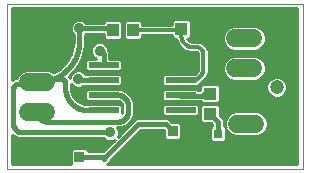
<source format=gtl>
G75*
%MOIN*%
%OFA0B0*%
%FSLAX25Y25*%
%IPPOS*%
%LPD*%
%AMOC8*
5,1,8,0,0,1.08239X$1,22.5*
%
%ADD10C,0.00000*%
%ADD11C,0.06000*%
%ADD12R,0.10000X0.01969*%
%ADD13R,0.03937X0.04331*%
%ADD14R,0.04331X0.03937*%
%ADD15R,0.03150X0.03150*%
%ADD16C,0.01000*%
%ADD17C,0.03562*%
%ADD18C,0.04724*%
%ADD19R,0.03562X0.03562*%
%ADD20C,0.01600*%
%ADD21C,0.01200*%
D10*
X0001000Y0009431D02*
X0001000Y0064550D01*
X0099425Y0064550D01*
X0099425Y0009431D01*
X0001000Y0009431D01*
D11*
X0008000Y0028369D02*
X0014000Y0028369D01*
X0014000Y0038369D02*
X0008000Y0038369D01*
X0008000Y0048369D02*
X0014000Y0048369D01*
X0077016Y0052975D02*
X0083016Y0052975D01*
X0083016Y0042975D02*
X0077016Y0042975D01*
X0077646Y0034471D02*
X0083646Y0034471D01*
X0083646Y0024471D02*
X0077646Y0024471D01*
D12*
X0058721Y0029018D03*
X0058721Y0033979D03*
X0058721Y0038979D03*
X0058721Y0043979D03*
X0033121Y0044018D03*
X0033121Y0039018D03*
X0033121Y0034018D03*
X0033121Y0029018D03*
D13*
X0036118Y0055731D03*
X0042811Y0055731D03*
X0058992Y0056124D03*
X0065685Y0056124D03*
D14*
X0068559Y0034510D03*
X0068559Y0027817D03*
D15*
X0071236Y0021006D03*
X0071236Y0015101D03*
D16*
X0069206Y0018331D02*
X0073267Y0018331D01*
X0073911Y0018976D01*
X0073911Y0022773D01*
X0074170Y0022148D01*
X0075323Y0020995D01*
X0076830Y0020371D01*
X0084461Y0020371D01*
X0085968Y0020995D01*
X0087121Y0022148D01*
X0087746Y0023655D01*
X0087746Y0025286D01*
X0087121Y0026793D01*
X0085968Y0027947D01*
X0084461Y0028571D01*
X0076830Y0028571D01*
X0075323Y0027947D01*
X0074170Y0026793D01*
X0073546Y0025286D01*
X0073546Y0023655D01*
X0073725Y0023223D01*
X0073267Y0023681D01*
X0073136Y0023681D01*
X0073136Y0025927D01*
X0072023Y0027040D01*
X0071824Y0027239D01*
X0071824Y0030241D01*
X0071180Y0030886D01*
X0065938Y0030886D01*
X0065294Y0030241D01*
X0065294Y0025393D01*
X0065938Y0024749D01*
X0068941Y0024749D01*
X0069336Y0024353D01*
X0069336Y0023681D01*
X0069206Y0023681D01*
X0068561Y0023037D01*
X0068561Y0018976D01*
X0069206Y0018331D01*
X0069119Y0018418D02*
X0041414Y0018418D01*
X0042412Y0019417D02*
X0053614Y0019417D01*
X0053881Y0019149D02*
X0058355Y0019149D01*
X0058999Y0019793D01*
X0058999Y0024267D01*
X0058355Y0024911D01*
X0055924Y0024911D01*
X0055656Y0025179D01*
X0054543Y0026292D01*
X0043914Y0026292D01*
X0037743Y0020121D01*
X0038133Y0021063D01*
X0038133Y0022209D01*
X0037694Y0023268D01*
X0037683Y0023280D01*
X0039012Y0023280D01*
X0040868Y0024048D01*
X0042289Y0025469D01*
X0043057Y0027325D01*
X0043057Y0031731D01*
X0042262Y0033652D01*
X0040791Y0035122D01*
X0038870Y0035918D01*
X0038761Y0035918D01*
X0038577Y0036102D01*
X0027666Y0036102D01*
X0027021Y0035458D01*
X0027021Y0032578D01*
X0027666Y0031934D01*
X0038488Y0031934D01*
X0038623Y0031878D01*
X0039017Y0031484D01*
X0039230Y0030970D01*
X0039257Y0030691D01*
X0039257Y0028329D01*
X0039233Y0028085D01*
X0039221Y0028056D01*
X0039221Y0030458D01*
X0038577Y0031102D01*
X0027666Y0031102D01*
X0027486Y0030923D01*
X0026460Y0031051D01*
X0024506Y0031923D01*
X0023033Y0033476D01*
X0022267Y0035474D01*
X0022191Y0036537D01*
X0022191Y0036572D01*
X0022212Y0037333D01*
X0022191Y0037354D01*
X0022191Y0037709D01*
X0022990Y0036910D01*
X0024049Y0036472D01*
X0025195Y0036472D01*
X0026254Y0036910D01*
X0026462Y0037118D01*
X0027481Y0037118D01*
X0027666Y0036934D01*
X0038577Y0036934D01*
X0039221Y0037578D01*
X0039221Y0040458D01*
X0038577Y0041102D01*
X0027666Y0041102D01*
X0027481Y0040918D01*
X0027092Y0040918D01*
X0027065Y0040985D01*
X0026254Y0041795D01*
X0025195Y0042234D01*
X0024049Y0042234D01*
X0022990Y0041795D01*
X0022180Y0040985D01*
X0021741Y0039926D01*
X0021741Y0039777D01*
X0021434Y0040310D01*
X0023736Y0042612D01*
X0025831Y0046241D01*
X0026916Y0050289D01*
X0026916Y0054107D01*
X0027190Y0054382D01*
X0033050Y0054382D01*
X0033050Y0053110D01*
X0033694Y0052465D01*
X0038542Y0052465D01*
X0039187Y0053110D01*
X0039187Y0058352D01*
X0038542Y0058996D01*
X0033694Y0058996D01*
X0033050Y0058352D01*
X0033050Y0058182D01*
X0027190Y0058182D01*
X0026648Y0058724D01*
X0025589Y0059163D01*
X0024443Y0059163D01*
X0023384Y0058724D01*
X0022573Y0057914D01*
X0022135Y0056855D01*
X0022135Y0055709D01*
X0022573Y0054650D01*
X0023116Y0054107D01*
X0023116Y0052384D01*
X0023012Y0050803D01*
X0022193Y0047748D01*
X0020612Y0045009D01*
X0018376Y0042772D01*
X0016486Y0041681D01*
X0016322Y0041844D01*
X0014816Y0042468D01*
X0007184Y0042468D01*
X0005678Y0041844D01*
X0004524Y0040691D01*
X0004105Y0039678D01*
X0003612Y0039678D01*
X0002500Y0039036D01*
X0002500Y0053662D01*
X0002570Y0063050D01*
X0097457Y0063050D01*
X0097457Y0011006D01*
X0079351Y0010931D01*
X0034321Y0010931D01*
X0035183Y0011794D01*
X0035183Y0012188D01*
X0045488Y0022492D01*
X0052969Y0022492D01*
X0053237Y0022224D01*
X0053237Y0019793D01*
X0053881Y0019149D01*
X0053237Y0020415D02*
X0043411Y0020415D01*
X0044409Y0021414D02*
X0053237Y0021414D01*
X0053049Y0022412D02*
X0045408Y0022412D01*
X0042031Y0024409D02*
X0041229Y0024409D01*
X0040868Y0024048D02*
X0040868Y0024048D01*
X0041032Y0023411D02*
X0039329Y0023411D01*
X0040034Y0022412D02*
X0038049Y0022412D01*
X0038133Y0021414D02*
X0039035Y0021414D01*
X0038037Y0020415D02*
X0037865Y0020415D01*
X0036767Y0019145D02*
X0032890Y0015268D01*
X0027897Y0015268D01*
X0027897Y0015605D01*
X0027252Y0016250D01*
X0022779Y0016250D01*
X0022135Y0015605D01*
X0022135Y0011132D01*
X0022335Y0010931D01*
X0002500Y0010931D01*
X0002500Y0020878D01*
X0004477Y0019736D01*
X0004937Y0019736D01*
X0033077Y0019736D01*
X0033620Y0019194D01*
X0034679Y0018755D01*
X0035825Y0018755D01*
X0036767Y0019145D01*
X0036040Y0018418D02*
X0002500Y0018418D01*
X0002500Y0019417D02*
X0033397Y0019417D01*
X0035041Y0017420D02*
X0002500Y0017420D01*
X0002500Y0016421D02*
X0034043Y0016421D01*
X0033044Y0015423D02*
X0027897Y0015423D01*
X0022135Y0015423D02*
X0002500Y0015423D01*
X0002500Y0014424D02*
X0022135Y0014424D01*
X0022135Y0013426D02*
X0002500Y0013426D01*
X0002500Y0012427D02*
X0022135Y0012427D01*
X0022135Y0011429D02*
X0002500Y0011429D01*
X0002500Y0020415D02*
X0003301Y0020415D01*
X0023109Y0033396D02*
X0027021Y0033396D01*
X0027202Y0032397D02*
X0024056Y0032397D01*
X0025681Y0031399D02*
X0039052Y0031399D01*
X0039221Y0030400D02*
X0039257Y0030400D01*
X0039221Y0029402D02*
X0039257Y0029402D01*
X0039221Y0028403D02*
X0039257Y0028403D01*
X0042677Y0026406D02*
X0065294Y0026406D01*
X0065294Y0025408D02*
X0055427Y0025408D01*
X0053266Y0026934D02*
X0064177Y0026934D01*
X0064821Y0027578D01*
X0064821Y0030458D01*
X0064177Y0031102D01*
X0053266Y0031102D01*
X0052621Y0030458D01*
X0052621Y0027578D01*
X0053266Y0026934D01*
X0052795Y0027405D02*
X0043057Y0027405D01*
X0043057Y0028403D02*
X0052621Y0028403D01*
X0052621Y0029402D02*
X0043057Y0029402D01*
X0043057Y0030400D02*
X0052621Y0030400D01*
X0053266Y0031894D02*
X0064177Y0031894D01*
X0064223Y0031941D01*
X0065439Y0031941D01*
X0065938Y0031442D01*
X0071180Y0031442D01*
X0071824Y0032086D01*
X0071824Y0036934D01*
X0071180Y0037579D01*
X0065938Y0037579D01*
X0065294Y0036934D01*
X0065294Y0035861D01*
X0065174Y0035741D01*
X0064499Y0035741D01*
X0064177Y0036063D01*
X0053266Y0036063D01*
X0052621Y0035419D01*
X0052621Y0032539D01*
X0053266Y0031894D01*
X0052763Y0032397D02*
X0042781Y0032397D01*
X0043057Y0031399D02*
X0097457Y0031399D01*
X0097457Y0032397D02*
X0071824Y0032397D01*
X0071824Y0033396D02*
X0089445Y0033396D01*
X0090075Y0033135D02*
X0088803Y0033662D01*
X0087829Y0034636D01*
X0087302Y0035908D01*
X0087302Y0037286D01*
X0087829Y0038558D01*
X0088803Y0039532D01*
X0090075Y0040059D01*
X0091452Y0040059D01*
X0092725Y0039532D01*
X0093699Y0038558D01*
X0094226Y0037286D01*
X0094226Y0035908D01*
X0093699Y0034636D01*
X0092725Y0033662D01*
X0091452Y0033135D01*
X0090075Y0033135D01*
X0092083Y0033396D02*
X0097457Y0033396D01*
X0097457Y0034394D02*
X0093457Y0034394D01*
X0094012Y0035393D02*
X0097457Y0035393D01*
X0097457Y0036391D02*
X0094226Y0036391D01*
X0094183Y0037390D02*
X0097457Y0037390D01*
X0097457Y0038388D02*
X0093769Y0038388D01*
X0092870Y0039387D02*
X0097457Y0039387D01*
X0097457Y0040385D02*
X0086225Y0040385D01*
X0086492Y0040652D02*
X0085338Y0039499D01*
X0083831Y0038875D01*
X0076200Y0038875D01*
X0074693Y0039499D01*
X0073540Y0040652D01*
X0072916Y0042159D01*
X0072916Y0043790D01*
X0073540Y0045297D01*
X0074693Y0046451D01*
X0076200Y0047075D01*
X0083831Y0047075D01*
X0085338Y0046451D01*
X0086492Y0045297D01*
X0087116Y0043790D01*
X0087116Y0042159D01*
X0086492Y0040652D01*
X0086795Y0041384D02*
X0097457Y0041384D01*
X0097457Y0042382D02*
X0087116Y0042382D01*
X0087116Y0043381D02*
X0097457Y0043381D01*
X0097457Y0044379D02*
X0086872Y0044379D01*
X0086411Y0045378D02*
X0097457Y0045378D01*
X0097457Y0046376D02*
X0085412Y0046376D01*
X0083831Y0048875D02*
X0085338Y0049499D01*
X0086492Y0050652D01*
X0087116Y0052159D01*
X0087116Y0053790D01*
X0086492Y0055297D01*
X0085338Y0056451D01*
X0083831Y0057075D01*
X0076200Y0057075D01*
X0074693Y0056451D01*
X0073540Y0055297D01*
X0072916Y0053790D01*
X0072916Y0052159D01*
X0073540Y0050652D01*
X0074693Y0049499D01*
X0076200Y0048875D01*
X0083831Y0048875D01*
X0085031Y0049372D02*
X0097457Y0049372D01*
X0097457Y0048373D02*
X0068054Y0048373D01*
X0068054Y0048709D02*
X0066966Y0050594D01*
X0065081Y0051683D01*
X0062811Y0051683D01*
X0062398Y0051723D01*
X0061634Y0052040D01*
X0061049Y0052624D01*
X0060952Y0052859D01*
X0061416Y0052859D01*
X0062061Y0053503D01*
X0062061Y0058745D01*
X0061416Y0059390D01*
X0056568Y0059390D01*
X0055924Y0058745D01*
X0055924Y0057431D01*
X0045880Y0057431D01*
X0045880Y0058352D01*
X0045235Y0058996D01*
X0040387Y0058996D01*
X0039743Y0058352D01*
X0039743Y0053110D01*
X0040387Y0052465D01*
X0045235Y0052465D01*
X0045880Y0053110D01*
X0045880Y0054031D01*
X0055924Y0054031D01*
X0055924Y0053503D01*
X0056568Y0052859D01*
X0057292Y0052859D01*
X0057292Y0052704D01*
X0058132Y0050675D01*
X0059685Y0049123D01*
X0061713Y0048283D01*
X0063992Y0048283D01*
X0064164Y0048260D01*
X0064460Y0048089D01*
X0064632Y0047792D01*
X0064654Y0047620D01*
X0064654Y0042896D01*
X0064612Y0042463D01*
X0064281Y0041664D01*
X0063679Y0041063D01*
X0053266Y0041063D01*
X0052621Y0040419D01*
X0052621Y0037539D01*
X0053266Y0036894D01*
X0064177Y0036894D01*
X0064821Y0037539D01*
X0064821Y0037804D01*
X0065619Y0038134D01*
X0067199Y0039714D01*
X0067199Y0039714D01*
X0068054Y0041779D01*
X0068054Y0048709D01*
X0067672Y0049372D02*
X0075000Y0049372D01*
X0073822Y0050370D02*
X0067095Y0050370D01*
X0066966Y0050594D02*
X0066966Y0050594D01*
X0065624Y0051369D02*
X0073243Y0051369D01*
X0072916Y0052367D02*
X0061306Y0052367D01*
X0061923Y0053366D02*
X0072916Y0053366D01*
X0073154Y0054365D02*
X0062061Y0054365D01*
X0062061Y0055363D02*
X0073606Y0055363D01*
X0074604Y0056362D02*
X0062061Y0056362D01*
X0062061Y0057360D02*
X0097457Y0057360D01*
X0097457Y0058359D02*
X0062061Y0058359D01*
X0061449Y0059357D02*
X0097457Y0059357D01*
X0097457Y0060356D02*
X0002550Y0060356D01*
X0002542Y0059357D02*
X0056535Y0059357D01*
X0055924Y0058359D02*
X0045873Y0058359D01*
X0039749Y0058359D02*
X0039180Y0058359D01*
X0039187Y0057360D02*
X0039743Y0057360D01*
X0039743Y0056362D02*
X0039187Y0056362D01*
X0039187Y0055363D02*
X0039743Y0055363D01*
X0039743Y0054365D02*
X0039187Y0054365D01*
X0039187Y0053366D02*
X0039743Y0053366D01*
X0045880Y0053366D02*
X0056061Y0053366D01*
X0057431Y0052367D02*
X0026916Y0052367D01*
X0026916Y0053366D02*
X0033050Y0053366D01*
X0033050Y0054365D02*
X0027173Y0054365D01*
X0023116Y0053366D02*
X0002500Y0053366D01*
X0002500Y0052367D02*
X0023115Y0052367D01*
X0023049Y0051369D02*
X0002500Y0051369D01*
X0002500Y0050370D02*
X0022896Y0050370D01*
X0022629Y0049372D02*
X0002500Y0049372D01*
X0002500Y0048373D02*
X0022361Y0048373D01*
X0021978Y0047375D02*
X0002500Y0047375D01*
X0002500Y0046376D02*
X0021402Y0046376D01*
X0020825Y0045378D02*
X0002500Y0045378D01*
X0002500Y0044379D02*
X0019983Y0044379D01*
X0018984Y0043381D02*
X0002500Y0043381D01*
X0002500Y0042382D02*
X0006977Y0042382D01*
X0005217Y0041384D02*
X0002500Y0041384D01*
X0002500Y0040385D02*
X0004398Y0040385D01*
X0003108Y0039387D02*
X0002500Y0039387D01*
X0015023Y0042382D02*
X0017700Y0042382D01*
X0021509Y0040385D02*
X0021931Y0040385D01*
X0022508Y0041384D02*
X0022579Y0041384D01*
X0023506Y0042382D02*
X0027217Y0042382D01*
X0027021Y0042578D02*
X0027666Y0041934D01*
X0038577Y0041934D01*
X0039221Y0042578D01*
X0039221Y0045458D01*
X0038577Y0046102D01*
X0035021Y0046102D01*
X0035021Y0048277D01*
X0034590Y0049024D01*
X0034590Y0049375D01*
X0034151Y0050434D01*
X0033341Y0051244D01*
X0032282Y0051683D01*
X0031136Y0051683D01*
X0030077Y0051244D01*
X0029266Y0050434D01*
X0028828Y0049375D01*
X0028828Y0048228D01*
X0029266Y0047170D01*
X0030077Y0046359D01*
X0030697Y0046102D01*
X0027666Y0046102D01*
X0027021Y0045458D01*
X0027021Y0042578D01*
X0027021Y0043381D02*
X0024180Y0043381D01*
X0023736Y0042612D02*
X0023736Y0042612D01*
X0023736Y0042612D01*
X0024756Y0044379D02*
X0027021Y0044379D01*
X0027021Y0045378D02*
X0025333Y0045378D01*
X0025831Y0046241D02*
X0025831Y0046241D01*
X0025867Y0046376D02*
X0030059Y0046376D01*
X0029181Y0047375D02*
X0026135Y0047375D01*
X0026402Y0048373D02*
X0028828Y0048373D01*
X0028828Y0049372D02*
X0026670Y0049372D01*
X0026916Y0050370D02*
X0029240Y0050370D01*
X0030378Y0051369D02*
X0026916Y0051369D01*
X0022859Y0054365D02*
X0002505Y0054365D01*
X0002513Y0055363D02*
X0022278Y0055363D01*
X0022135Y0056362D02*
X0002520Y0056362D01*
X0002527Y0057360D02*
X0022344Y0057360D01*
X0023018Y0058359D02*
X0002535Y0058359D01*
X0002557Y0061354D02*
X0097457Y0061354D01*
X0097457Y0062353D02*
X0002564Y0062353D01*
X0027014Y0058359D02*
X0033056Y0058359D01*
X0033039Y0051369D02*
X0057845Y0051369D01*
X0058132Y0050675D02*
X0058132Y0050675D01*
X0058437Y0050370D02*
X0034177Y0050370D01*
X0034590Y0049372D02*
X0059436Y0049372D01*
X0059685Y0049123D02*
X0059685Y0049123D01*
X0061494Y0048373D02*
X0034965Y0048373D01*
X0035021Y0047375D02*
X0064654Y0047375D01*
X0064654Y0046376D02*
X0035021Y0046376D01*
X0039221Y0045378D02*
X0064654Y0045378D01*
X0064654Y0044379D02*
X0039221Y0044379D01*
X0039221Y0043381D02*
X0064654Y0043381D01*
X0064578Y0042382D02*
X0039025Y0042382D01*
X0039221Y0040385D02*
X0052621Y0040385D01*
X0052621Y0039387D02*
X0039221Y0039387D01*
X0039221Y0038388D02*
X0052621Y0038388D01*
X0052770Y0037390D02*
X0039033Y0037390D01*
X0040139Y0035393D02*
X0052621Y0035393D01*
X0052621Y0034394D02*
X0041520Y0034394D01*
X0040791Y0035122D02*
X0040791Y0035122D01*
X0042262Y0033652D02*
X0042262Y0033652D01*
X0042368Y0033396D02*
X0052621Y0033396D01*
X0043029Y0025408D02*
X0042228Y0025408D01*
X0042289Y0025469D02*
X0042289Y0025469D01*
X0040415Y0017420D02*
X0097457Y0017420D01*
X0097457Y0016421D02*
X0039417Y0016421D01*
X0038418Y0015423D02*
X0097457Y0015423D01*
X0097457Y0014424D02*
X0037420Y0014424D01*
X0036421Y0013426D02*
X0097457Y0013426D01*
X0097457Y0012427D02*
X0035423Y0012427D01*
X0034818Y0011429D02*
X0097457Y0011429D01*
X0097457Y0018418D02*
X0073353Y0018418D01*
X0073911Y0019417D02*
X0097457Y0019417D01*
X0097457Y0020415D02*
X0084568Y0020415D01*
X0086387Y0021414D02*
X0097457Y0021414D01*
X0097457Y0022412D02*
X0087231Y0022412D01*
X0087644Y0023411D02*
X0097457Y0023411D01*
X0097457Y0024409D02*
X0087746Y0024409D01*
X0087695Y0025408D02*
X0097457Y0025408D01*
X0097457Y0026406D02*
X0087282Y0026406D01*
X0086510Y0027405D02*
X0097457Y0027405D01*
X0097457Y0028403D02*
X0084866Y0028403D01*
X0076425Y0028403D02*
X0071824Y0028403D01*
X0071824Y0027405D02*
X0074781Y0027405D01*
X0074010Y0026406D02*
X0072657Y0026406D01*
X0073136Y0025408D02*
X0073596Y0025408D01*
X0073546Y0024409D02*
X0073136Y0024409D01*
X0073537Y0023411D02*
X0073647Y0023411D01*
X0073911Y0022412D02*
X0074061Y0022412D01*
X0073911Y0021414D02*
X0074905Y0021414D01*
X0073911Y0020415D02*
X0076723Y0020415D01*
X0069280Y0024409D02*
X0058857Y0024409D01*
X0058999Y0023411D02*
X0068935Y0023411D01*
X0068561Y0022412D02*
X0058999Y0022412D01*
X0058999Y0021414D02*
X0068561Y0021414D01*
X0068561Y0020415D02*
X0058999Y0020415D01*
X0058623Y0019417D02*
X0068561Y0019417D01*
X0065294Y0027405D02*
X0064648Y0027405D01*
X0064821Y0028403D02*
X0065294Y0028403D01*
X0065294Y0029402D02*
X0064821Y0029402D01*
X0064821Y0030400D02*
X0065452Y0030400D01*
X0071666Y0030400D02*
X0097457Y0030400D01*
X0097457Y0029402D02*
X0071824Y0029402D01*
X0071824Y0034394D02*
X0088070Y0034394D01*
X0087515Y0035393D02*
X0071824Y0035393D01*
X0071824Y0036391D02*
X0087302Y0036391D01*
X0087345Y0037390D02*
X0071369Y0037390D01*
X0074964Y0039387D02*
X0066872Y0039387D01*
X0067477Y0040385D02*
X0073807Y0040385D01*
X0073237Y0041384D02*
X0067891Y0041384D01*
X0068054Y0042382D02*
X0072916Y0042382D01*
X0072916Y0043381D02*
X0068054Y0043381D01*
X0068054Y0044379D02*
X0073160Y0044379D01*
X0073621Y0045378D02*
X0068054Y0045378D01*
X0068054Y0046376D02*
X0074619Y0046376D01*
X0068054Y0047375D02*
X0097457Y0047375D01*
X0097457Y0050370D02*
X0086210Y0050370D01*
X0086788Y0051369D02*
X0097457Y0051369D01*
X0097457Y0052367D02*
X0087116Y0052367D01*
X0087116Y0053366D02*
X0097457Y0053366D01*
X0097457Y0054365D02*
X0086878Y0054365D01*
X0086426Y0055363D02*
X0097457Y0055363D01*
X0097457Y0056362D02*
X0085427Y0056362D01*
X0065081Y0051683D02*
X0065081Y0051683D01*
X0064000Y0041384D02*
X0026665Y0041384D01*
X0022510Y0037390D02*
X0022191Y0037390D01*
X0022202Y0036391D02*
X0065294Y0036391D01*
X0065749Y0037390D02*
X0064672Y0037390D01*
X0065619Y0038134D02*
X0065619Y0038134D01*
X0065873Y0038388D02*
X0087758Y0038388D01*
X0088657Y0039387D02*
X0085067Y0039387D01*
X0027021Y0035393D02*
X0022299Y0035393D01*
X0022681Y0034394D02*
X0027021Y0034394D01*
D17*
X0024622Y0039353D03*
X0031709Y0048802D03*
X0025016Y0056282D03*
X0005724Y0057857D03*
X0043913Y0040534D03*
X0049031Y0040534D03*
X0049031Y0036203D03*
X0043913Y0036203D03*
X0045488Y0031085D03*
X0035252Y0021636D03*
X0048244Y0019668D03*
X0048244Y0013762D03*
X0065961Y0021243D03*
X0093913Y0014156D03*
X0091551Y0058644D03*
X0006118Y0015731D03*
D18*
X0089583Y0029510D03*
X0090764Y0036597D03*
D19*
X0056118Y0022030D03*
X0025016Y0013369D03*
D20*
X0032496Y0013369D01*
X0033283Y0012581D01*
X0033283Y0012975D01*
X0044701Y0024392D01*
X0053756Y0024392D01*
X0056118Y0022030D01*
X0068559Y0027817D02*
X0071236Y0025140D01*
X0071236Y0021006D01*
X0065961Y0033841D02*
X0058859Y0033841D01*
X0058721Y0033979D01*
X0065961Y0033841D02*
X0066630Y0034510D01*
X0068559Y0034510D01*
X0041157Y0030691D02*
X0041157Y0028329D01*
X0041158Y0028329D02*
X0041156Y0028219D01*
X0041150Y0028109D01*
X0041141Y0028000D01*
X0041127Y0027891D01*
X0041110Y0027782D01*
X0041089Y0027674D01*
X0041064Y0027567D01*
X0041036Y0027461D01*
X0041004Y0027356D01*
X0040968Y0027252D01*
X0040929Y0027149D01*
X0040886Y0027048D01*
X0040839Y0026948D01*
X0040789Y0026850D01*
X0040736Y0026754D01*
X0040679Y0026660D01*
X0040619Y0026568D01*
X0040556Y0026477D01*
X0040490Y0026390D01*
X0040421Y0026304D01*
X0040349Y0026221D01*
X0040274Y0026141D01*
X0040196Y0026063D01*
X0040116Y0025988D01*
X0040033Y0025916D01*
X0039947Y0025847D01*
X0039860Y0025781D01*
X0039769Y0025718D01*
X0039677Y0025658D01*
X0039583Y0025601D01*
X0039487Y0025548D01*
X0039389Y0025498D01*
X0039289Y0025451D01*
X0039188Y0025408D01*
X0039085Y0025369D01*
X0038981Y0025333D01*
X0038876Y0025301D01*
X0038770Y0025273D01*
X0038663Y0025248D01*
X0038555Y0025227D01*
X0038446Y0025210D01*
X0038337Y0025196D01*
X0038228Y0025187D01*
X0038118Y0025181D01*
X0038008Y0025179D01*
X0038008Y0025180D02*
X0014189Y0025180D01*
X0014078Y0025182D01*
X0013967Y0025188D01*
X0013856Y0025197D01*
X0013745Y0025211D01*
X0013635Y0025228D01*
X0013526Y0025250D01*
X0013418Y0025275D01*
X0013310Y0025304D01*
X0013204Y0025336D01*
X0013098Y0025372D01*
X0012994Y0025412D01*
X0012892Y0025456D01*
X0012791Y0025503D01*
X0012692Y0025553D01*
X0012594Y0025607D01*
X0012499Y0025665D01*
X0012406Y0025725D01*
X0012315Y0025789D01*
X0012226Y0025856D01*
X0012139Y0025926D01*
X0012055Y0025999D01*
X0011974Y0026075D01*
X0011895Y0026154D01*
X0011819Y0026235D01*
X0011746Y0026319D01*
X0011676Y0026406D01*
X0011609Y0026495D01*
X0011545Y0026586D01*
X0011485Y0026679D01*
X0011427Y0026775D01*
X0011373Y0026872D01*
X0011323Y0026971D01*
X0011276Y0027072D01*
X0011232Y0027174D01*
X0011192Y0027278D01*
X0011156Y0027384D01*
X0011124Y0027490D01*
X0011095Y0027598D01*
X0011070Y0027706D01*
X0011048Y0027815D01*
X0011031Y0027925D01*
X0011017Y0028036D01*
X0011008Y0028147D01*
X0011002Y0028258D01*
X0011000Y0028369D01*
X0005724Y0021636D02*
X0005621Y0021638D01*
X0005518Y0021644D01*
X0005415Y0021653D01*
X0005313Y0021667D01*
X0005212Y0021684D01*
X0005111Y0021705D01*
X0005011Y0021730D01*
X0004912Y0021758D01*
X0004814Y0021791D01*
X0004717Y0021827D01*
X0004622Y0021866D01*
X0004528Y0021909D01*
X0004436Y0021955D01*
X0004346Y0022005D01*
X0004258Y0022058D01*
X0004171Y0022115D01*
X0004087Y0022175D01*
X0004006Y0022237D01*
X0003926Y0022303D01*
X0003849Y0022372D01*
X0003775Y0022443D01*
X0003704Y0022517D01*
X0003635Y0022594D01*
X0003569Y0022674D01*
X0003507Y0022755D01*
X0003447Y0022839D01*
X0003390Y0022926D01*
X0003337Y0023014D01*
X0003287Y0023104D01*
X0003241Y0023196D01*
X0003198Y0023290D01*
X0003159Y0023385D01*
X0003123Y0023482D01*
X0003090Y0023580D01*
X0003062Y0023679D01*
X0003037Y0023779D01*
X0003016Y0023880D01*
X0002999Y0023981D01*
X0002985Y0024083D01*
X0002976Y0024186D01*
X0002970Y0024289D01*
X0002968Y0024392D01*
X0002969Y0024392D02*
X0002969Y0036203D01*
X0002968Y0036203D02*
X0002970Y0036280D01*
X0002976Y0036357D01*
X0002985Y0036434D01*
X0002998Y0036510D01*
X0003015Y0036586D01*
X0003036Y0036660D01*
X0003060Y0036734D01*
X0003088Y0036806D01*
X0003119Y0036876D01*
X0003154Y0036945D01*
X0003192Y0037013D01*
X0003233Y0037078D01*
X0003278Y0037141D01*
X0003326Y0037202D01*
X0003376Y0037261D01*
X0003429Y0037317D01*
X0003485Y0037370D01*
X0003544Y0037420D01*
X0003605Y0037468D01*
X0003668Y0037513D01*
X0003733Y0037554D01*
X0003801Y0037592D01*
X0003870Y0037627D01*
X0003940Y0037658D01*
X0004012Y0037686D01*
X0004086Y0037710D01*
X0004160Y0037731D01*
X0004236Y0037748D01*
X0004312Y0037761D01*
X0004389Y0037770D01*
X0004466Y0037776D01*
X0004543Y0037778D01*
X0010409Y0037778D01*
X0010455Y0037780D01*
X0010501Y0037785D01*
X0010547Y0037794D01*
X0010592Y0037807D01*
X0010635Y0037823D01*
X0010677Y0037842D01*
X0010718Y0037865D01*
X0010756Y0037891D01*
X0010793Y0037920D01*
X0010827Y0037951D01*
X0010858Y0037985D01*
X0010887Y0038022D01*
X0010913Y0038060D01*
X0010936Y0038101D01*
X0010955Y0038143D01*
X0010971Y0038186D01*
X0010984Y0038231D01*
X0010993Y0038277D01*
X0010998Y0038323D01*
X0011000Y0038369D01*
X0011002Y0038431D01*
X0011008Y0038492D01*
X0011017Y0038553D01*
X0011031Y0038614D01*
X0011048Y0038673D01*
X0011069Y0038731D01*
X0011094Y0038788D01*
X0011122Y0038843D01*
X0011153Y0038896D01*
X0011188Y0038947D01*
X0011226Y0038996D01*
X0011267Y0039043D01*
X0011310Y0039086D01*
X0011357Y0039127D01*
X0011406Y0039165D01*
X0011457Y0039200D01*
X0011510Y0039231D01*
X0011565Y0039259D01*
X0011622Y0039284D01*
X0011680Y0039305D01*
X0011739Y0039322D01*
X0011800Y0039336D01*
X0011861Y0039345D01*
X0011922Y0039351D01*
X0011984Y0039353D01*
X0019110Y0039353D01*
X0019176Y0039351D01*
X0019242Y0039346D01*
X0019308Y0039336D01*
X0019373Y0039323D01*
X0019437Y0039307D01*
X0019500Y0039287D01*
X0019562Y0039263D01*
X0019622Y0039236D01*
X0019681Y0039206D01*
X0019738Y0039172D01*
X0019793Y0039135D01*
X0019846Y0039095D01*
X0019897Y0039053D01*
X0019945Y0039007D01*
X0019991Y0038959D01*
X0020033Y0038908D01*
X0020073Y0038855D01*
X0020110Y0038800D01*
X0020144Y0038743D01*
X0020174Y0038684D01*
X0020201Y0038624D01*
X0020225Y0038562D01*
X0020245Y0038499D01*
X0020261Y0038435D01*
X0020274Y0038370D01*
X0020284Y0038304D01*
X0020289Y0038238D01*
X0020291Y0038172D01*
X0020291Y0036597D01*
X0024957Y0039018D02*
X0033121Y0039018D01*
X0027476Y0029018D02*
X0027295Y0029025D01*
X0027114Y0029036D01*
X0026934Y0029052D01*
X0026753Y0029072D01*
X0026574Y0029097D01*
X0026395Y0029126D01*
X0026217Y0029160D01*
X0026040Y0029198D01*
X0025863Y0029240D01*
X0025688Y0029287D01*
X0025514Y0029338D01*
X0025342Y0029393D01*
X0025170Y0029452D01*
X0025001Y0029515D01*
X0024832Y0029583D01*
X0024666Y0029655D01*
X0024501Y0029731D01*
X0024339Y0029811D01*
X0024178Y0029894D01*
X0024019Y0029982D01*
X0023863Y0030074D01*
X0023709Y0030169D01*
X0023557Y0030268D01*
X0023408Y0030371D01*
X0023261Y0030478D01*
X0023117Y0030588D01*
X0022976Y0030701D01*
X0022837Y0030818D01*
X0022702Y0030939D01*
X0022569Y0031062D01*
X0022440Y0031189D01*
X0022314Y0031319D01*
X0022191Y0031452D01*
X0022071Y0031588D01*
X0021954Y0031727D01*
X0021841Y0031869D01*
X0021732Y0032013D01*
X0021626Y0032160D01*
X0021524Y0032310D01*
X0021425Y0032462D01*
X0021331Y0032617D01*
X0021240Y0032774D01*
X0021153Y0032933D01*
X0021070Y0033094D01*
X0020990Y0033257D01*
X0020915Y0033422D01*
X0020844Y0033588D01*
X0020777Y0033757D01*
X0020714Y0033927D01*
X0020656Y0034098D01*
X0020601Y0034271D01*
X0020551Y0034445D01*
X0020506Y0034621D01*
X0020464Y0034797D01*
X0020427Y0034975D01*
X0020394Y0035153D01*
X0020366Y0035332D01*
X0020342Y0035512D01*
X0020322Y0035692D01*
X0020307Y0035872D01*
X0020296Y0036053D01*
X0020290Y0036234D01*
X0020288Y0036416D01*
X0020291Y0036597D01*
X0024622Y0039353D02*
X0024624Y0039318D01*
X0024629Y0039283D01*
X0024638Y0039249D01*
X0024651Y0039217D01*
X0024667Y0039186D01*
X0024686Y0039156D01*
X0024708Y0039129D01*
X0024733Y0039104D01*
X0024760Y0039082D01*
X0024790Y0039063D01*
X0024821Y0039047D01*
X0024853Y0039034D01*
X0024887Y0039025D01*
X0024922Y0039020D01*
X0024957Y0039018D01*
X0033121Y0034018D02*
X0037831Y0034018D01*
X0037945Y0034016D01*
X0038058Y0034010D01*
X0038171Y0034001D01*
X0038284Y0033987D01*
X0038396Y0033970D01*
X0038508Y0033948D01*
X0038619Y0033923D01*
X0038729Y0033895D01*
X0038837Y0033862D01*
X0038945Y0033826D01*
X0039052Y0033786D01*
X0039156Y0033743D01*
X0039260Y0033696D01*
X0039362Y0033645D01*
X0039462Y0033591D01*
X0039560Y0033534D01*
X0039656Y0033473D01*
X0039750Y0033409D01*
X0039841Y0033342D01*
X0039931Y0033272D01*
X0040018Y0033199D01*
X0040102Y0033122D01*
X0040184Y0033044D01*
X0040262Y0032962D01*
X0040339Y0032878D01*
X0040412Y0032791D01*
X0040482Y0032701D01*
X0040549Y0032610D01*
X0040613Y0032516D01*
X0040674Y0032420D01*
X0040731Y0032322D01*
X0040785Y0032222D01*
X0040836Y0032120D01*
X0040883Y0032016D01*
X0040926Y0031912D01*
X0040966Y0031805D01*
X0041002Y0031697D01*
X0041035Y0031589D01*
X0041063Y0031479D01*
X0041088Y0031368D01*
X0041110Y0031256D01*
X0041127Y0031144D01*
X0041141Y0031031D01*
X0041150Y0030918D01*
X0041156Y0030805D01*
X0041158Y0030691D01*
X0033121Y0029018D02*
X0027476Y0029018D01*
X0035252Y0021636D02*
X0005724Y0021636D01*
X0033121Y0044018D02*
X0033121Y0047389D01*
X0033122Y0047389D02*
X0033120Y0047463D01*
X0033114Y0047537D01*
X0033105Y0047610D01*
X0033091Y0047683D01*
X0033074Y0047755D01*
X0033053Y0047826D01*
X0033028Y0047895D01*
X0033000Y0047964D01*
X0032968Y0048030D01*
X0032933Y0048096D01*
X0032894Y0048159D01*
X0032852Y0048220D01*
X0032807Y0048278D01*
X0032759Y0048334D01*
X0032708Y0048388D01*
X0032654Y0048439D01*
X0032598Y0048487D01*
X0032540Y0048532D01*
X0032479Y0048574D01*
X0032416Y0048613D01*
X0032350Y0048648D01*
X0032284Y0048680D01*
X0032215Y0048708D01*
X0032146Y0048733D01*
X0032075Y0048754D01*
X0032003Y0048771D01*
X0031930Y0048785D01*
X0031857Y0048794D01*
X0031783Y0048800D01*
X0031709Y0048802D01*
X0025016Y0052384D02*
X0025016Y0056282D01*
X0035173Y0056282D01*
X0035227Y0056294D01*
X0035282Y0056302D01*
X0035337Y0056306D01*
X0035392Y0056307D01*
X0035447Y0056303D01*
X0035502Y0056296D01*
X0035556Y0056284D01*
X0035609Y0056269D01*
X0035661Y0056250D01*
X0035711Y0056228D01*
X0035759Y0056202D01*
X0035806Y0056172D01*
X0035851Y0056139D01*
X0035893Y0056104D01*
X0035932Y0056065D01*
X0035968Y0056023D01*
X0036002Y0055980D01*
X0036032Y0055933D01*
X0036059Y0055885D01*
X0036082Y0055835D01*
X0036102Y0055784D01*
X0036118Y0055731D01*
X0025016Y0052384D02*
X0025012Y0052045D01*
X0025000Y0051707D01*
X0024979Y0051369D01*
X0024951Y0051031D01*
X0024914Y0050695D01*
X0024869Y0050359D01*
X0024816Y0050024D01*
X0024755Y0049691D01*
X0024686Y0049360D01*
X0024609Y0049030D01*
X0024524Y0048702D01*
X0024431Y0048376D01*
X0024330Y0048053D01*
X0024221Y0047732D01*
X0024105Y0047414D01*
X0023981Y0047099D01*
X0023850Y0046787D01*
X0023711Y0046478D01*
X0023564Y0046172D01*
X0023411Y0045870D01*
X0023250Y0045572D01*
X0023081Y0045278D01*
X0022906Y0044989D01*
X0022724Y0044703D01*
X0022535Y0044422D01*
X0022339Y0044146D01*
X0022137Y0043874D01*
X0021928Y0043607D01*
X0021713Y0043346D01*
X0021491Y0043090D01*
X0021263Y0042839D01*
X0021030Y0042594D01*
X0020790Y0042354D01*
X0020545Y0042121D01*
X0020294Y0041893D01*
X0020038Y0041671D01*
X0019777Y0041456D01*
X0019510Y0041247D01*
X0019238Y0041045D01*
X0018962Y0040849D01*
X0018681Y0040660D01*
X0018395Y0040478D01*
X0018106Y0040303D01*
X0017812Y0040134D01*
X0017514Y0039973D01*
X0017212Y0039820D01*
X0016906Y0039673D01*
X0016597Y0039534D01*
X0016285Y0039403D01*
X0015970Y0039279D01*
X0015652Y0039163D01*
X0015331Y0039054D01*
X0015008Y0038953D01*
X0014682Y0038860D01*
X0014354Y0038775D01*
X0014024Y0038698D01*
X0013693Y0038629D01*
X0013360Y0038568D01*
X0013025Y0038515D01*
X0012689Y0038470D01*
X0012353Y0038433D01*
X0012015Y0038405D01*
X0011677Y0038384D01*
X0011339Y0038372D01*
X0011000Y0038368D01*
D21*
X0042811Y0055731D02*
X0058598Y0055731D01*
X0058598Y0055730D02*
X0058637Y0055732D01*
X0058675Y0055738D01*
X0058712Y0055747D01*
X0058749Y0055760D01*
X0058784Y0055777D01*
X0058817Y0055796D01*
X0058848Y0055819D01*
X0058877Y0055845D01*
X0058903Y0055874D01*
X0058926Y0055905D01*
X0058945Y0055938D01*
X0058962Y0055973D01*
X0058975Y0056010D01*
X0058984Y0056047D01*
X0058990Y0056085D01*
X0058992Y0056124D01*
X0058992Y0053802D01*
X0058994Y0053680D01*
X0059000Y0053557D01*
X0059010Y0053435D01*
X0059023Y0053314D01*
X0059041Y0053192D01*
X0059062Y0053072D01*
X0059088Y0052952D01*
X0059117Y0052833D01*
X0059150Y0052715D01*
X0059187Y0052599D01*
X0059227Y0052483D01*
X0059271Y0052369D01*
X0059319Y0052256D01*
X0059370Y0052145D01*
X0059425Y0052036D01*
X0059483Y0051928D01*
X0059545Y0051822D01*
X0059610Y0051719D01*
X0059679Y0051617D01*
X0059750Y0051518D01*
X0059825Y0051421D01*
X0059903Y0051326D01*
X0059984Y0051234D01*
X0060068Y0051145D01*
X0060154Y0051059D01*
X0060243Y0050975D01*
X0060335Y0050894D01*
X0060430Y0050816D01*
X0060527Y0050741D01*
X0060626Y0050670D01*
X0060728Y0050601D01*
X0060831Y0050536D01*
X0060937Y0050474D01*
X0061045Y0050416D01*
X0061154Y0050361D01*
X0061265Y0050310D01*
X0061378Y0050262D01*
X0061492Y0050218D01*
X0061608Y0050178D01*
X0061724Y0050141D01*
X0061842Y0050108D01*
X0061961Y0050079D01*
X0062081Y0050053D01*
X0062201Y0050032D01*
X0062323Y0050014D01*
X0062444Y0050001D01*
X0062566Y0049991D01*
X0062689Y0049985D01*
X0062811Y0049983D01*
X0063992Y0049983D01*
X0063992Y0049982D02*
X0064087Y0049980D01*
X0064182Y0049974D01*
X0064277Y0049965D01*
X0064371Y0049951D01*
X0064464Y0049934D01*
X0064557Y0049913D01*
X0064649Y0049889D01*
X0064740Y0049860D01*
X0064830Y0049829D01*
X0064918Y0049793D01*
X0065005Y0049754D01*
X0065090Y0049711D01*
X0065173Y0049666D01*
X0065254Y0049616D01*
X0065334Y0049564D01*
X0065411Y0049508D01*
X0065486Y0049450D01*
X0065558Y0049388D01*
X0065628Y0049323D01*
X0065695Y0049256D01*
X0065760Y0049186D01*
X0065822Y0049114D01*
X0065880Y0049039D01*
X0065936Y0048962D01*
X0065988Y0048882D01*
X0066038Y0048801D01*
X0066083Y0048718D01*
X0066126Y0048633D01*
X0066165Y0048546D01*
X0066201Y0048458D01*
X0066232Y0048368D01*
X0066261Y0048277D01*
X0066285Y0048185D01*
X0066306Y0048092D01*
X0066323Y0047999D01*
X0066337Y0047905D01*
X0066346Y0047810D01*
X0066352Y0047715D01*
X0066354Y0047620D01*
X0066354Y0042896D01*
X0066352Y0042773D01*
X0066346Y0042650D01*
X0066337Y0042527D01*
X0066323Y0042405D01*
X0066306Y0042283D01*
X0066285Y0042162D01*
X0066260Y0042042D01*
X0066231Y0041922D01*
X0066198Y0041803D01*
X0066162Y0041686D01*
X0066122Y0041569D01*
X0066079Y0041454D01*
X0066032Y0041340D01*
X0065981Y0041228D01*
X0065927Y0041118D01*
X0065869Y0041009D01*
X0065809Y0040902D01*
X0065744Y0040797D01*
X0065677Y0040694D01*
X0065606Y0040594D01*
X0065532Y0040495D01*
X0065455Y0040399D01*
X0065375Y0040306D01*
X0065292Y0040215D01*
X0065207Y0040126D01*
X0065118Y0040041D01*
X0065027Y0039958D01*
X0064934Y0039878D01*
X0064838Y0039801D01*
X0064739Y0039727D01*
X0064639Y0039656D01*
X0064536Y0039589D01*
X0064431Y0039524D01*
X0064324Y0039464D01*
X0064215Y0039406D01*
X0064105Y0039352D01*
X0063993Y0039301D01*
X0063879Y0039254D01*
X0063764Y0039211D01*
X0063647Y0039171D01*
X0063530Y0039135D01*
X0063411Y0039102D01*
X0063291Y0039073D01*
X0063171Y0039048D01*
X0063050Y0039027D01*
X0062928Y0039010D01*
X0062806Y0038996D01*
X0062683Y0038987D01*
X0062560Y0038981D01*
X0062437Y0038979D01*
X0058721Y0038979D01*
M02*

</source>
